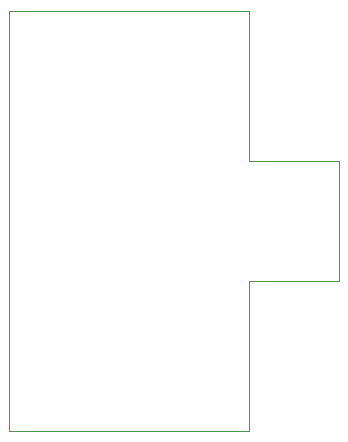
<source format=gm1>
G04 #@! TF.GenerationSoftware,KiCad,Pcbnew,(6.0.0)*
G04 #@! TF.CreationDate,2022-12-17T23:15:49+01:00*
G04 #@! TF.ProjectId,ZXROM-4in1,5a58524f-4d2d-4346-996e-312e6b696361,rev?*
G04 #@! TF.SameCoordinates,Original*
G04 #@! TF.FileFunction,Profile,NP*
%FSLAX46Y46*%
G04 Gerber Fmt 4.6, Leading zero omitted, Abs format (unit mm)*
G04 Created by KiCad (PCBNEW (6.0.0)) date 2022-12-17 23:15:49*
%MOMM*%
%LPD*%
G01*
G04 APERTURE LIST*
G04 #@! TA.AperFunction,Profile*
%ADD10C,0.100000*%
G04 #@! TD*
G04 APERTURE END LIST*
D10*
X148590000Y-80010000D02*
X148590000Y-67310000D01*
X156210000Y-80010000D02*
X148590000Y-80010000D01*
X156210000Y-90170000D02*
X156210000Y-80010000D01*
X148590000Y-90170000D02*
X156210000Y-90170000D01*
X148590000Y-91440000D02*
X148590000Y-90170000D01*
X128270000Y-102870000D02*
X148590000Y-102870000D01*
X148590000Y-91440000D02*
X148590000Y-102870000D01*
X128270000Y-67310000D02*
X148590000Y-67310000D01*
X128270000Y-67310000D02*
X128270000Y-102870000D01*
M02*

</source>
